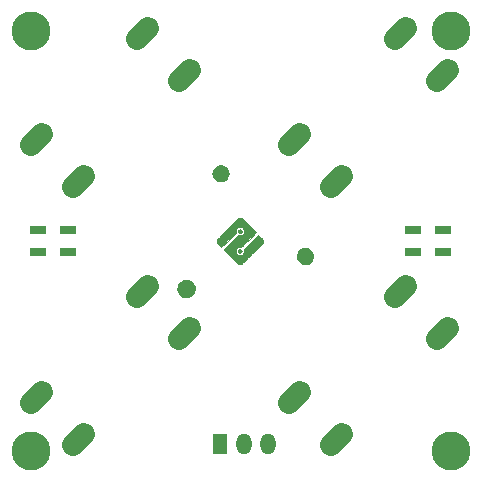
<source format=gts>
%TF.GenerationSoftware,KiCad,Pcbnew,4.0.7*%
%TF.CreationDate,2018-07-15T20:14:49+02:00*%
%TF.ProjectId,KeyPad,4B65795061642E6B696361645F706362,v1.0*%
%TF.FileFunction,Soldermask,Top*%
%FSLAX46Y46*%
G04 Gerber Fmt 4.6, Leading zero omitted, Abs format (unit mm)*
G04 Created by KiCad (PCBNEW 4.0.7) date 07/15/18 20:14:49*
%MOMM*%
%LPD*%
G01*
G04 APERTURE LIST*
%ADD10C,0.127000*%
%ADD11C,0.010000*%
%ADD12C,1.827200*%
%ADD13C,3.300000*%
%ADD14R,1.300000X1.800000*%
%ADD15O,1.300000X1.800000*%
%ADD16R,1.400000X0.800000*%
G04 APERTURE END LIST*
D10*
D11*
G36*
X15085886Y-22732344D02*
X15092535Y-22733906D01*
X15224316Y-22779769D01*
X15344412Y-22849388D01*
X15449710Y-22939634D01*
X15537097Y-23047372D01*
X15603459Y-23169472D01*
X15642088Y-23286717D01*
X15662312Y-23429708D01*
X15654887Y-23568008D01*
X15620175Y-23700371D01*
X15558538Y-23825554D01*
X15470338Y-23942311D01*
X15442992Y-23971243D01*
X15344997Y-24057482D01*
X15242081Y-24120159D01*
X15126070Y-24163746D01*
X15062376Y-24179402D01*
X14972029Y-24194663D01*
X14893425Y-24197743D01*
X14812852Y-24188646D01*
X14767278Y-24179473D01*
X14627837Y-24134664D01*
X14503054Y-24066506D01*
X14394927Y-23976874D01*
X14305451Y-23867640D01*
X14236622Y-23740678D01*
X14204390Y-23651189D01*
X14184052Y-23541487D01*
X14182300Y-23420513D01*
X14198154Y-23297334D01*
X14230636Y-23181020D01*
X14263029Y-23108001D01*
X14300177Y-23051291D01*
X14353122Y-22987175D01*
X14415104Y-22922436D01*
X14479368Y-22863859D01*
X14539155Y-22818230D01*
X14569723Y-22800064D01*
X14693054Y-22751282D01*
X14825546Y-22723057D01*
X14959168Y-22716406D01*
X15085886Y-22732344D01*
X15085886Y-22732344D01*
G37*
X15085886Y-22732344D02*
X15092535Y-22733906D01*
X15224316Y-22779769D01*
X15344412Y-22849388D01*
X15449710Y-22939634D01*
X15537097Y-23047372D01*
X15603459Y-23169472D01*
X15642088Y-23286717D01*
X15662312Y-23429708D01*
X15654887Y-23568008D01*
X15620175Y-23700371D01*
X15558538Y-23825554D01*
X15470338Y-23942311D01*
X15442992Y-23971243D01*
X15344997Y-24057482D01*
X15242081Y-24120159D01*
X15126070Y-24163746D01*
X15062376Y-24179402D01*
X14972029Y-24194663D01*
X14893425Y-24197743D01*
X14812852Y-24188646D01*
X14767278Y-24179473D01*
X14627837Y-24134664D01*
X14503054Y-24066506D01*
X14394927Y-23976874D01*
X14305451Y-23867640D01*
X14236622Y-23740678D01*
X14204390Y-23651189D01*
X14184052Y-23541487D01*
X14182300Y-23420513D01*
X14198154Y-23297334D01*
X14230636Y-23181020D01*
X14263029Y-23108001D01*
X14300177Y-23051291D01*
X14353122Y-22987175D01*
X14415104Y-22922436D01*
X14479368Y-22863859D01*
X14539155Y-22818230D01*
X14569723Y-22800064D01*
X14693054Y-22751282D01*
X14825546Y-22723057D01*
X14959168Y-22716406D01*
X15085886Y-22732344D01*
G36*
X19469548Y-17466095D02*
X19521347Y-17473325D01*
X19576158Y-17490206D01*
X19589716Y-17496201D01*
X19614465Y-17513300D01*
X19656880Y-17549193D01*
X19717228Y-17604133D01*
X19795774Y-17678375D01*
X19892786Y-17772172D01*
X20008528Y-17885777D01*
X20143269Y-18019445D01*
X20235271Y-18111311D01*
X20820820Y-18697226D01*
X20207591Y-19310577D01*
X20081049Y-19437048D01*
X19972848Y-19544913D01*
X19881449Y-19635600D01*
X19805316Y-19710538D01*
X19742912Y-19771155D01*
X19692700Y-19818881D01*
X19653143Y-19855143D01*
X19622704Y-19881371D01*
X19599846Y-19898993D01*
X19583033Y-19909439D01*
X19570726Y-19914135D01*
X19561389Y-19914512D01*
X19558542Y-19913889D01*
X19482147Y-19903860D01*
X19397357Y-19910854D01*
X19317110Y-19933418D01*
X19294845Y-19943517D01*
X19214787Y-19998764D01*
X19153838Y-20070907D01*
X19113620Y-20155061D01*
X19095755Y-20246340D01*
X19101864Y-20339860D01*
X19133298Y-20430206D01*
X19174314Y-20489666D01*
X19231550Y-20545918D01*
X19295756Y-20591127D01*
X19353009Y-20616227D01*
X19452017Y-20630950D01*
X19546149Y-20620722D01*
X19631815Y-20588155D01*
X19705426Y-20535863D01*
X19763393Y-20466457D01*
X19802126Y-20382549D01*
X19818037Y-20286751D01*
X19818227Y-20277667D01*
X19817090Y-20225217D01*
X19813302Y-20180908D01*
X19808586Y-20157548D01*
X19808932Y-20149068D01*
X19815588Y-20135461D01*
X19829903Y-20115291D01*
X19853227Y-20087120D01*
X19886910Y-20049513D01*
X19932303Y-20001031D01*
X19990756Y-19940239D01*
X20063618Y-19865699D01*
X20152240Y-19775975D01*
X20257972Y-19669630D01*
X20382165Y-19545226D01*
X20411751Y-19515638D01*
X21025386Y-18902125D01*
X21188723Y-19064257D01*
X21267122Y-19143671D01*
X21326597Y-19208379D01*
X21369575Y-19262128D01*
X21398488Y-19308663D01*
X21415763Y-19351733D01*
X21423829Y-19395083D01*
X21425298Y-19429198D01*
X21419550Y-19494116D01*
X21404349Y-19549405D01*
X21400424Y-19558000D01*
X21386362Y-19576166D01*
X21353968Y-19612338D01*
X21305027Y-19664725D01*
X21241323Y-19731538D01*
X21164640Y-19810989D01*
X21076762Y-19901286D01*
X20979474Y-20000641D01*
X20874560Y-20107264D01*
X20763803Y-20219366D01*
X20648990Y-20335156D01*
X20531903Y-20452846D01*
X20414327Y-20570645D01*
X20298045Y-20686764D01*
X20184844Y-20799414D01*
X20076506Y-20906804D01*
X19974816Y-21007146D01*
X19881558Y-21098650D01*
X19798516Y-21179525D01*
X19727475Y-21247983D01*
X19670219Y-21302234D01*
X19628532Y-21340489D01*
X19604199Y-21360957D01*
X19600334Y-21363476D01*
X19529696Y-21389219D01*
X19454025Y-21399230D01*
X19393722Y-21393398D01*
X19351015Y-21378106D01*
X19306074Y-21355336D01*
X19301999Y-21352841D01*
X19283484Y-21337562D01*
X19247033Y-21304132D01*
X19194585Y-21254438D01*
X19128080Y-21190367D01*
X19049458Y-21113805D01*
X18960657Y-21026638D01*
X18863616Y-20930754D01*
X18760275Y-20828039D01*
X18676098Y-20743947D01*
X18097585Y-20164734D01*
X18711376Y-19551683D01*
X19325167Y-18938633D01*
X19391903Y-18954294D01*
X19482228Y-18961607D01*
X19571728Y-18943150D01*
X19655703Y-18901111D01*
X19729453Y-18837674D01*
X19776420Y-18775453D01*
X19799063Y-18735387D01*
X19811906Y-18699827D01*
X19817583Y-18657829D01*
X19818729Y-18599551D01*
X19811574Y-18509405D01*
X19788477Y-18436226D01*
X19746057Y-18371708D01*
X19710931Y-18334660D01*
X19631541Y-18276479D01*
X19544150Y-18242863D01*
X19453183Y-18233040D01*
X19363065Y-18246234D01*
X19278219Y-18281672D01*
X19203071Y-18338579D01*
X19142044Y-18416181D01*
X19130841Y-18436167D01*
X19111788Y-18491482D01*
X19101166Y-18561639D01*
X19099986Y-18634252D01*
X19109260Y-18696933D01*
X19109492Y-18697764D01*
X19110310Y-18706416D01*
X19107323Y-18717484D01*
X19099101Y-18732505D01*
X19084217Y-18753016D01*
X19061241Y-18780555D01*
X19028743Y-18816659D01*
X18985297Y-18862866D01*
X18929471Y-18920713D01*
X18859838Y-18991738D01*
X18774969Y-19077477D01*
X18673434Y-19179469D01*
X18553804Y-19299251D01*
X18506322Y-19346734D01*
X17893049Y-19959885D01*
X17723274Y-19790693D01*
X17659845Y-19725547D01*
X17604114Y-19664598D01*
X17559865Y-19612214D01*
X17530882Y-19572760D01*
X17524010Y-19560765D01*
X17498726Y-19478010D01*
X17497838Y-19390298D01*
X17521346Y-19306860D01*
X17523994Y-19301236D01*
X17537519Y-19281573D01*
X17566169Y-19247548D01*
X17610507Y-19198577D01*
X17671098Y-19134079D01*
X17748504Y-19053473D01*
X17843288Y-18956176D01*
X17956015Y-18841607D01*
X18087248Y-18709184D01*
X18237550Y-18558325D01*
X18407485Y-18388448D01*
X18425205Y-18370766D01*
X18580364Y-18215958D01*
X18716891Y-18079846D01*
X18836171Y-17961231D01*
X18939588Y-17858913D01*
X19028529Y-17771694D01*
X19104376Y-17698374D01*
X19168515Y-17637752D01*
X19222330Y-17588630D01*
X19267206Y-17549809D01*
X19304528Y-17520088D01*
X19335680Y-17498269D01*
X19362047Y-17483151D01*
X19385014Y-17473536D01*
X19405964Y-17468224D01*
X19426284Y-17466015D01*
X19447357Y-17465710D01*
X19469548Y-17466095D01*
X19469548Y-17466095D01*
G37*
X19469548Y-17466095D02*
X19521347Y-17473325D01*
X19576158Y-17490206D01*
X19589716Y-17496201D01*
X19614465Y-17513300D01*
X19656880Y-17549193D01*
X19717228Y-17604133D01*
X19795774Y-17678375D01*
X19892786Y-17772172D01*
X20008528Y-17885777D01*
X20143269Y-18019445D01*
X20235271Y-18111311D01*
X20820820Y-18697226D01*
X20207591Y-19310577D01*
X20081049Y-19437048D01*
X19972848Y-19544913D01*
X19881449Y-19635600D01*
X19805316Y-19710538D01*
X19742912Y-19771155D01*
X19692700Y-19818881D01*
X19653143Y-19855143D01*
X19622704Y-19881371D01*
X19599846Y-19898993D01*
X19583033Y-19909439D01*
X19570726Y-19914135D01*
X19561389Y-19914512D01*
X19558542Y-19913889D01*
X19482147Y-19903860D01*
X19397357Y-19910854D01*
X19317110Y-19933418D01*
X19294845Y-19943517D01*
X19214787Y-19998764D01*
X19153838Y-20070907D01*
X19113620Y-20155061D01*
X19095755Y-20246340D01*
X19101864Y-20339860D01*
X19133298Y-20430206D01*
X19174314Y-20489666D01*
X19231550Y-20545918D01*
X19295756Y-20591127D01*
X19353009Y-20616227D01*
X19452017Y-20630950D01*
X19546149Y-20620722D01*
X19631815Y-20588155D01*
X19705426Y-20535863D01*
X19763393Y-20466457D01*
X19802126Y-20382549D01*
X19818037Y-20286751D01*
X19818227Y-20277667D01*
X19817090Y-20225217D01*
X19813302Y-20180908D01*
X19808586Y-20157548D01*
X19808932Y-20149068D01*
X19815588Y-20135461D01*
X19829903Y-20115291D01*
X19853227Y-20087120D01*
X19886910Y-20049513D01*
X19932303Y-20001031D01*
X19990756Y-19940239D01*
X20063618Y-19865699D01*
X20152240Y-19775975D01*
X20257972Y-19669630D01*
X20382165Y-19545226D01*
X20411751Y-19515638D01*
X21025386Y-18902125D01*
X21188723Y-19064257D01*
X21267122Y-19143671D01*
X21326597Y-19208379D01*
X21369575Y-19262128D01*
X21398488Y-19308663D01*
X21415763Y-19351733D01*
X21423829Y-19395083D01*
X21425298Y-19429198D01*
X21419550Y-19494116D01*
X21404349Y-19549405D01*
X21400424Y-19558000D01*
X21386362Y-19576166D01*
X21353968Y-19612338D01*
X21305027Y-19664725D01*
X21241323Y-19731538D01*
X21164640Y-19810989D01*
X21076762Y-19901286D01*
X20979474Y-20000641D01*
X20874560Y-20107264D01*
X20763803Y-20219366D01*
X20648990Y-20335156D01*
X20531903Y-20452846D01*
X20414327Y-20570645D01*
X20298045Y-20686764D01*
X20184844Y-20799414D01*
X20076506Y-20906804D01*
X19974816Y-21007146D01*
X19881558Y-21098650D01*
X19798516Y-21179525D01*
X19727475Y-21247983D01*
X19670219Y-21302234D01*
X19628532Y-21340489D01*
X19604199Y-21360957D01*
X19600334Y-21363476D01*
X19529696Y-21389219D01*
X19454025Y-21399230D01*
X19393722Y-21393398D01*
X19351015Y-21378106D01*
X19306074Y-21355336D01*
X19301999Y-21352841D01*
X19283484Y-21337562D01*
X19247033Y-21304132D01*
X19194585Y-21254438D01*
X19128080Y-21190367D01*
X19049458Y-21113805D01*
X18960657Y-21026638D01*
X18863616Y-20930754D01*
X18760275Y-20828039D01*
X18676098Y-20743947D01*
X18097585Y-20164734D01*
X18711376Y-19551683D01*
X19325167Y-18938633D01*
X19391903Y-18954294D01*
X19482228Y-18961607D01*
X19571728Y-18943150D01*
X19655703Y-18901111D01*
X19729453Y-18837674D01*
X19776420Y-18775453D01*
X19799063Y-18735387D01*
X19811906Y-18699827D01*
X19817583Y-18657829D01*
X19818729Y-18599551D01*
X19811574Y-18509405D01*
X19788477Y-18436226D01*
X19746057Y-18371708D01*
X19710931Y-18334660D01*
X19631541Y-18276479D01*
X19544150Y-18242863D01*
X19453183Y-18233040D01*
X19363065Y-18246234D01*
X19278219Y-18281672D01*
X19203071Y-18338579D01*
X19142044Y-18416181D01*
X19130841Y-18436167D01*
X19111788Y-18491482D01*
X19101166Y-18561639D01*
X19099986Y-18634252D01*
X19109260Y-18696933D01*
X19109492Y-18697764D01*
X19110310Y-18706416D01*
X19107323Y-18717484D01*
X19099101Y-18732505D01*
X19084217Y-18753016D01*
X19061241Y-18780555D01*
X19028743Y-18816659D01*
X18985297Y-18862866D01*
X18929471Y-18920713D01*
X18859838Y-18991738D01*
X18774969Y-19077477D01*
X18673434Y-19179469D01*
X18553804Y-19299251D01*
X18506322Y-19346734D01*
X17893049Y-19959885D01*
X17723274Y-19790693D01*
X17659845Y-19725547D01*
X17604114Y-19664598D01*
X17559865Y-19612214D01*
X17530882Y-19572760D01*
X17524010Y-19560765D01*
X17498726Y-19478010D01*
X17497838Y-19390298D01*
X17521346Y-19306860D01*
X17523994Y-19301236D01*
X17537519Y-19281573D01*
X17566169Y-19247548D01*
X17610507Y-19198577D01*
X17671098Y-19134079D01*
X17748504Y-19053473D01*
X17843288Y-18956176D01*
X17956015Y-18841607D01*
X18087248Y-18709184D01*
X18237550Y-18558325D01*
X18407485Y-18388448D01*
X18425205Y-18370766D01*
X18580364Y-18215958D01*
X18716891Y-18079846D01*
X18836171Y-17961231D01*
X18939588Y-17858913D01*
X19028529Y-17771694D01*
X19104376Y-17698374D01*
X19168515Y-17637752D01*
X19222330Y-17588630D01*
X19267206Y-17549809D01*
X19304528Y-17520088D01*
X19335680Y-17498269D01*
X19362047Y-17483151D01*
X19385014Y-17473536D01*
X19405964Y-17468224D01*
X19426284Y-17466015D01*
X19447357Y-17465710D01*
X19469548Y-17466095D01*
G36*
X25065805Y-20032678D02*
X25193481Y-20062725D01*
X25314094Y-20118300D01*
X25424581Y-20198870D01*
X25466114Y-20238871D01*
X25552677Y-20345284D01*
X25612580Y-20457858D01*
X25647268Y-20580185D01*
X25658186Y-20715861D01*
X25658184Y-20716458D01*
X25644070Y-20847136D01*
X25604586Y-20972319D01*
X25542424Y-21088101D01*
X25460274Y-21190579D01*
X25360830Y-21275847D01*
X25246783Y-21340002D01*
X25221131Y-21350464D01*
X25142584Y-21371974D01*
X25048420Y-21384921D01*
X24949615Y-21388776D01*
X24857149Y-21383009D01*
X24794699Y-21370997D01*
X24666113Y-21320731D01*
X24551906Y-21247174D01*
X24454538Y-21152619D01*
X24376469Y-21039358D01*
X24330026Y-20938079D01*
X24297192Y-20810567D01*
X24290666Y-20681606D01*
X24308987Y-20554784D01*
X24350694Y-20433688D01*
X24414324Y-20321905D01*
X24498418Y-20223022D01*
X24601513Y-20140625D01*
X24671034Y-20101012D01*
X24801519Y-20051290D01*
X24934131Y-20028689D01*
X25065805Y-20032678D01*
X25065805Y-20032678D01*
G37*
X25065805Y-20032678D02*
X25193481Y-20062725D01*
X25314094Y-20118300D01*
X25424581Y-20198870D01*
X25466114Y-20238871D01*
X25552677Y-20345284D01*
X25612580Y-20457858D01*
X25647268Y-20580185D01*
X25658186Y-20715861D01*
X25658184Y-20716458D01*
X25644070Y-20847136D01*
X25604586Y-20972319D01*
X25542424Y-21088101D01*
X25460274Y-21190579D01*
X25360830Y-21275847D01*
X25246783Y-21340002D01*
X25221131Y-21350464D01*
X25142584Y-21371974D01*
X25048420Y-21384921D01*
X24949615Y-21388776D01*
X24857149Y-21383009D01*
X24794699Y-21370997D01*
X24666113Y-21320731D01*
X24551906Y-21247174D01*
X24454538Y-21152619D01*
X24376469Y-21039358D01*
X24330026Y-20938079D01*
X24297192Y-20810567D01*
X24290666Y-20681606D01*
X24308987Y-20554784D01*
X24350694Y-20433688D01*
X24414324Y-20321905D01*
X24498418Y-20223022D01*
X24601513Y-20140625D01*
X24671034Y-20101012D01*
X24801519Y-20051290D01*
X24934131Y-20028689D01*
X25065805Y-20032678D01*
G36*
X19515634Y-20134419D02*
X19565089Y-20166041D01*
X19599054Y-20210860D01*
X19607152Y-20234253D01*
X19606313Y-20288519D01*
X19585103Y-20342697D01*
X19548782Y-20385483D01*
X19531591Y-20396674D01*
X19473264Y-20416527D01*
X19418920Y-20410683D01*
X19379927Y-20391832D01*
X19336244Y-20351493D01*
X19314527Y-20301844D01*
X19313015Y-20248859D01*
X19329951Y-20198513D01*
X19363576Y-20156783D01*
X19412130Y-20129642D01*
X19459223Y-20122445D01*
X19515634Y-20134419D01*
X19515634Y-20134419D01*
G37*
X19515634Y-20134419D02*
X19565089Y-20166041D01*
X19599054Y-20210860D01*
X19607152Y-20234253D01*
X19606313Y-20288519D01*
X19585103Y-20342697D01*
X19548782Y-20385483D01*
X19531591Y-20396674D01*
X19473264Y-20416527D01*
X19418920Y-20410683D01*
X19379927Y-20391832D01*
X19336244Y-20351493D01*
X19314527Y-20301844D01*
X19313015Y-20248859D01*
X19329951Y-20198513D01*
X19363576Y-20156783D01*
X19412130Y-20129642D01*
X19459223Y-20122445D01*
X19515634Y-20134419D01*
G36*
X19493958Y-18449843D02*
X19523992Y-18462153D01*
X19569243Y-18497441D01*
X19599606Y-18548074D01*
X19610061Y-18604189D01*
X19607504Y-18626146D01*
X19582908Y-18677574D01*
X19538777Y-18717720D01*
X19483107Y-18741512D01*
X19423893Y-18743876D01*
X19422361Y-18743602D01*
X19393711Y-18730149D01*
X19359975Y-18703669D01*
X19352126Y-18695904D01*
X19319027Y-18643751D01*
X19310282Y-18587328D01*
X19324140Y-18533093D01*
X19358849Y-18487500D01*
X19412659Y-18457007D01*
X19417322Y-18455537D01*
X19460018Y-18446057D01*
X19493958Y-18449843D01*
X19493958Y-18449843D01*
G37*
X19493958Y-18449843D02*
X19523992Y-18462153D01*
X19569243Y-18497441D01*
X19599606Y-18548074D01*
X19610061Y-18604189D01*
X19607504Y-18626146D01*
X19582908Y-18677574D01*
X19538777Y-18717720D01*
X19483107Y-18741512D01*
X19423893Y-18743876D01*
X19422361Y-18743602D01*
X19393711Y-18730149D01*
X19359975Y-18703669D01*
X19352126Y-18695904D01*
X19319027Y-18643751D01*
X19310282Y-18587328D01*
X19324140Y-18533093D01*
X19358849Y-18487500D01*
X19412659Y-18457007D01*
X19417322Y-18455537D01*
X19460018Y-18446057D01*
X19493958Y-18449843D01*
G36*
X17891888Y-13013745D02*
X18017894Y-13038251D01*
X18136306Y-13085360D01*
X18243954Y-13153220D01*
X18337662Y-13239980D01*
X18414260Y-13343790D01*
X18470573Y-13462797D01*
X18494086Y-13544201D01*
X18509952Y-13676679D01*
X18499947Y-13807158D01*
X18465985Y-13932154D01*
X18409979Y-14048183D01*
X18333842Y-14151760D01*
X18239485Y-14239404D01*
X18128822Y-14307628D01*
X18059078Y-14336528D01*
X17964578Y-14360383D01*
X17859456Y-14372389D01*
X17755444Y-14371901D01*
X17664275Y-14358277D01*
X17663903Y-14358183D01*
X17550125Y-14319031D01*
X17448755Y-14260807D01*
X17352525Y-14179233D01*
X17342386Y-14169102D01*
X17258721Y-14071523D01*
X17199833Y-13971103D01*
X17163340Y-13861977D01*
X17146864Y-13738285D01*
X17145345Y-13683805D01*
X17155947Y-13556129D01*
X17189719Y-13439940D01*
X17248345Y-13331137D01*
X17333109Y-13226040D01*
X17425013Y-13142136D01*
X17524021Y-13081012D01*
X17629792Y-13039946D01*
X17761464Y-13013693D01*
X17891888Y-13013745D01*
X17891888Y-13013745D01*
G37*
X17891888Y-13013745D02*
X18017894Y-13038251D01*
X18136306Y-13085360D01*
X18243954Y-13153220D01*
X18337662Y-13239980D01*
X18414260Y-13343790D01*
X18470573Y-13462797D01*
X18494086Y-13544201D01*
X18509952Y-13676679D01*
X18499947Y-13807158D01*
X18465985Y-13932154D01*
X18409979Y-14048183D01*
X18333842Y-14151760D01*
X18239485Y-14239404D01*
X18128822Y-14307628D01*
X18059078Y-14336528D01*
X17964578Y-14360383D01*
X17859456Y-14372389D01*
X17755444Y-14371901D01*
X17664275Y-14358277D01*
X17663903Y-14358183D01*
X17550125Y-14319031D01*
X17448755Y-14260807D01*
X17352525Y-14179233D01*
X17342386Y-14169102D01*
X17258721Y-14071523D01*
X17199833Y-13971103D01*
X17163340Y-13861977D01*
X17146864Y-13738285D01*
X17145345Y-13683805D01*
X17155947Y-13556129D01*
X17189719Y-13439940D01*
X17248345Y-13331137D01*
X17333109Y-13226040D01*
X17425013Y-13142136D01*
X17524021Y-13081012D01*
X17629792Y-13039946D01*
X17761464Y-13013693D01*
X17891888Y-13013745D01*
D12*
X32580104Y-2308794D02*
X33514050Y-1374848D01*
X36172206Y-5900896D02*
X37106152Y-4966950D01*
X23599848Y-11289050D02*
X24533794Y-10355104D01*
X27191950Y-14881152D02*
X28125896Y-13947206D01*
X10736104Y-2308794D02*
X11670050Y-1374848D01*
X14328206Y-5900896D02*
X15262152Y-4966950D01*
X1755848Y-11289050D02*
X2689794Y-10355104D01*
X5347950Y-14881152D02*
X6281896Y-13947206D01*
D13*
X1778000Y-37211000D03*
X1778000Y-1651000D03*
X37338000Y-1651000D03*
X37338000Y-37211000D03*
D14*
X17805400Y-36626800D03*
D15*
X19805400Y-36626800D03*
X21805400Y-36626800D03*
D16*
X4953000Y-18481000D03*
X4953000Y-20381000D03*
X2413000Y-20381000D03*
X2413000Y-18481000D03*
X36703000Y-20381000D03*
X36703000Y-18481000D03*
X34163000Y-18481000D03*
X34163000Y-20381000D03*
D12*
X10736104Y-24152794D02*
X11670050Y-23218848D01*
X14328206Y-27744896D02*
X15262152Y-26810950D01*
X1755848Y-33133050D02*
X2689794Y-32199104D01*
X5347950Y-36725152D02*
X6281896Y-35791206D01*
X32580104Y-24152794D02*
X33514050Y-23218848D01*
X36172206Y-27744896D02*
X37106152Y-26810950D01*
X23599848Y-33133050D02*
X24533794Y-32199104D01*
X27191950Y-36725152D02*
X28125896Y-35791206D01*
M02*

</source>
